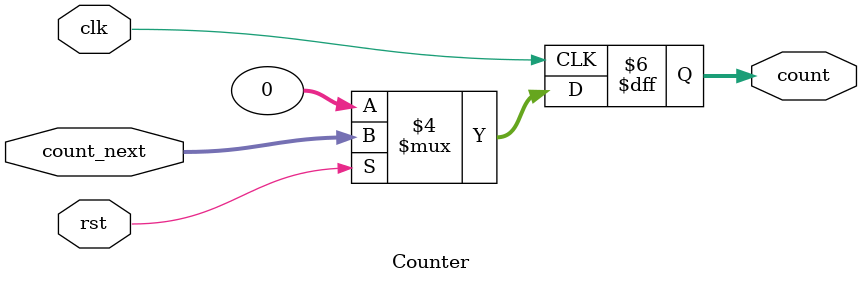
<source format=v>
module Counter(clk, rst, count, count_next);
    input clk, rst;
    input [31:0] count_next;
    output reg [31:0] count;

    always@(posedge clk)
    begin
        if(!rst)
            count <= 32'h00000000;
        else
            count <= count_next;
    end

endmodule
</source>
